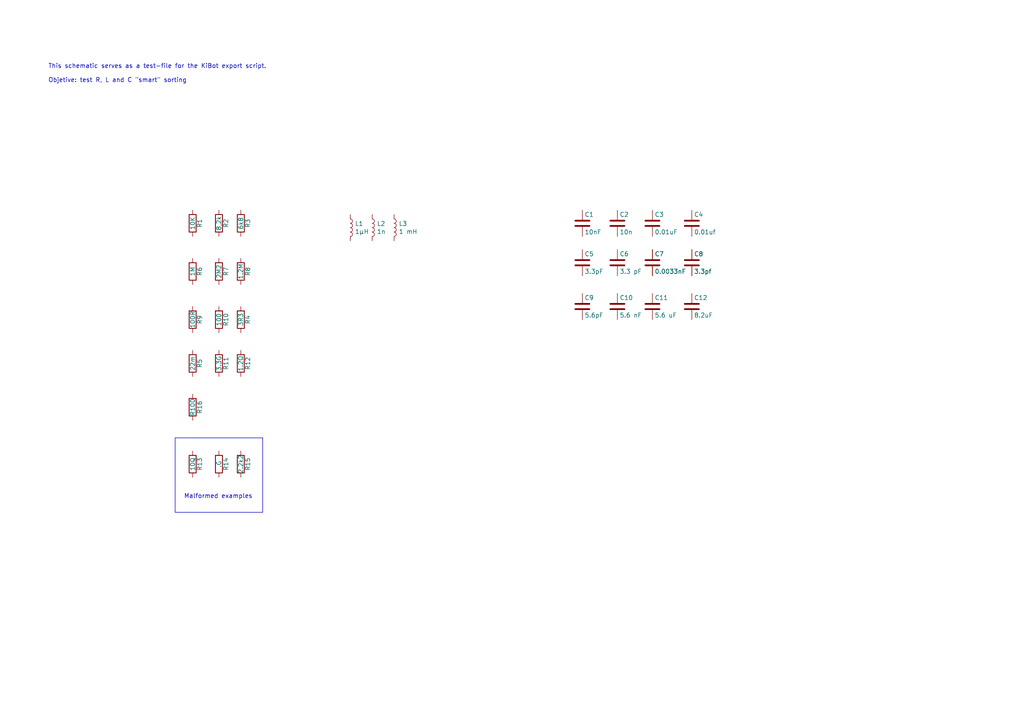
<source format=kicad_sch>
(kicad_sch (version 20250114) (generator "eeschema") (generator_version "9.0")
  (paper "A4")
  (title_block (title "KiBom Test Schematic") (date "2020-03-12") (rev "A") (company "https://github.com/SchrodingersGat/KiBom"))
  (lib_symbols
    (symbol "Device:C" (pin_numbers (hide yes)) (pin_names (offset 0.254))
      (property "Reference" "C" (at 0.635 2.54 0))
      (property "Value" "C" (at 0.635 -2.54 0))
      (symbol "C_0_1"
        (polyline (pts (xy -2.032 0.762) (xy 2.032 0.762)) (stroke (width 0.508)))
        (polyline (pts (xy -2.032 -0.762) (xy 2.032 -0.762)) (stroke (width 0.508)))
      )
      (symbol "C_1_1"
        (pin passive line (at 0 3.81 270) (length 2.794) (name "~") (number "1"))
        (pin passive line (at 0 -3.81 90) (length 2.794) (name "~") (number "2"))
      )
    )
    (symbol "Device:L" (pin_numbers (hide yes)) (pin_names (offset 1.016) (hide yes))
      (property "Reference" "L" (at -1.27 0 90))
      (property "Value" "L" (at 1.905 0 90))
      (symbol "L_0_1"
        (arc (start 0 2.54) (mid 0.6323 1.905) (end 0 1.27))
        (arc (start 0 1.27) (mid 0.6323 0.635) (end 0 0))
        (arc (start 0 0) (mid 0.6323 -0.635) (end 0 -1.27))
        (arc (start 0 -1.27) (mid 0.6323 -1.905) (end 0 -2.54))
      )
      (symbol "L_1_1"
        (pin passive line (at 0 3.81 270) (length 1.27) (name "1") (number "1"))
        (pin passive line (at 0 -3.81 90) (length 1.27) (name "2") (number "2"))
      )
    )
    (symbol "Device:R" (pin_numbers (hide yes)) (pin_names (offset 0))
      (property "Reference" "R" (at 2.032 0 90))
      (property "Value" "R" (at 0 0 90))
      (symbol "R_0_1"
        (rectangle (start -1.016 -2.54) (end 1.016 2.54) (stroke (width 0.254)))
      )
      (symbol "R_1_1"
        (pin passive line (at 0 3.81 270) (length 1.27) (name "~") (number "1"))
        (pin passive line (at 0 -3.81 90) (length 1.27) (name "~") (number "2"))
      )
    )
  )
  (text "This schematic serves as a test-file for the KiBot export script.\n\nObjetive: test R, L and C \"smart\" sorting" (at 13.97 24.13 0) (effects (font (size 1.27 1.27)) (justify left bottom)))
  (text "Malformed examples" (at 53.34 144.78 0) (effects (font (size 1.27 1.27)) (justify left bottom)))
  (polyline (pts (xy 50.8 127) (xy 76.2 127)))
  (polyline (pts (xy 50.8 148.59) (xy 50.8 127)))
  (polyline (pts (xy 76.2 127) (xy 76.2 148.59)))
  (polyline (pts (xy 76.2 148.59) (xy 50.8 148.59)))
  (symbol (lib_id "Device:R") (at 55.88 64.77 0) (unit 1)
    (property "Reference" "R1" (at 57.912 64.77 90))
    (property "Value" "10K" (at 55.88 64.77 90))
    (property "Footprint" "Resistor_SMD:R_0805_2012Metric" (effects (hide yes)))
  )
  (symbol (lib_id "Device:R") (at 63.5 64.77 0) (unit 1)
    (property "Reference" "R2" (at 65.532 64.77 90))
    (property "Value" "8,2k" (at 63.5 64.77 90))
    (property "Footprint" "Resistor_SMD:R_0805_2012Metric" (effects (hide yes)))
  )
  (symbol (lib_id "Device:R") (at 69.85 64.77 0) (unit 1)
    (property "Reference" "R3" (at 71.882 64.77 90))
    (property "Value" "6k8" (at 69.85 64.77 90))
    (property "Footprint" "Resistor_SMD:R_0805_2012Metric" (effects (hide yes)))
  )
  (symbol (lib_id "Device:R") (at 55.88 78.74 0) (unit 1)
    (property "Reference" "R6" (at 57.912 78.74 90))
    (property "Value" "1M" (at 55.88 78.74 90))
    (property "Footprint" "Resistor_SMD:R_0805_2012Metric" (effects (hide yes)))
    (property "Config" "DNF" (effects (hide yes)))
  )
  (symbol (lib_id "Device:R") (at 63.5 78.74 0) (unit 1)
    (property "Reference" "R7" (at 65.532 78.74 90))
    (property "Value" "2M2" (at 63.5 78.74 90))
    (property "Footprint" "Resistor_SMD:R_0805_2012Metric" (effects (hide yes)))
    (property "Config" "DNC" (effects (hide yes)))
  )
  (symbol (lib_id "Device:R") (at 69.85 78.74 0) (unit 1)
    (property "Reference" "R8" (at 71.882 78.74 90))
    (property "Value" "1.2M" (at 69.85 78.74 90))
    (property "Footprint" "Resistor_SMD:R_0805_2012Metric" (effects (hide yes)))
  )
  (symbol (lib_id "Device:R") (at 55.88 92.71 0) (unit 1)
    (property "Reference" "R9" (at 57.912 92.71 90))
    (property "Value" "100R" (at 55.88 92.71 90))
    (property "Footprint" "Resistor_SMD:R_0805_2012Metric" (effects (hide yes)))
  )
  (symbol (lib_id "Device:R") (at 63.5 92.71 0) (unit 1)
    (property "Reference" "R10" (at 65.532 92.71 90))
    (property "Value" "100" (at 63.5 92.71 90))
    (property "Footprint" "Resistor_SMD:R_0805_2012Metric" (effects (hide yes)))
  )
  (symbol (lib_id "Device:C") (at 168.91 64.77 0) (unit 1)
    (property "Reference" "C1" (at 169.545 62.23 0) (effects (justify left)))
    (property "Value" "10nF" (at 169.545 67.31 0) (effects (justify left)))
    (property "Footprint" "Capacitor_SMD:C_0603_1608Metric" (effects (hide yes)))
  )
  (symbol (lib_id "Device:C") (at 179.07 64.77 0) (unit 1)
    (property "Reference" "C2" (at 179.705 62.23 0) (effects (justify left)))
    (property "Value" "10n" (at 179.705 67.31 0) (effects (justify left)))
    (property "Footprint" "Capacitor_SMD:C_0603_1608Metric" (effects (hide yes)))
  )
  (symbol (lib_id "Device:C") (at 189.23 64.77 0) (unit 1)
    (property "Reference" "C3" (at 189.865 62.23 0) (effects (justify left)))
    (property "Value" "0.01uF" (at 189.865 67.31 0) (effects (justify left)))
    (property "Footprint" "Capacitor_SMD:C_0603_1608Metric" (effects (hide yes)))
  )
  (symbol (lib_id "Device:C") (at 200.66 64.77 0) (unit 1)
    (property "Reference" "C4" (at 201.295 62.23 0) (effects (justify left)))
    (property "Value" "0.01uf" (at 201.295 67.31 0) (effects (justify left)))
    (property "Footprint" "Capacitor_SMD:C_0603_1608Metric" (effects (hide yes)))
  )
  (symbol (lib_id "Device:C") (at 168.91 76.2 0) (unit 1)
    (property "Reference" "C5" (at 169.545 73.66 0) (effects (justify left)))
    (property "Value" "3.3pF" (at 169.545 78.74 0) (effects (justify left)))
    (property "Footprint" "Capacitor_SMD:C_0603_1608Metric" (effects (hide yes)))
  )
  (symbol (lib_id "Device:C") (at 179.07 76.2 0) (unit 1)
    (property "Reference" "C6" (at 179.705 73.66 0) (effects (justify left)))
    (property "Value" "3.3 pF" (at 179.705 78.74 0) (effects (justify left)))
    (property "Footprint" "Capacitor_SMD:C_0603_1608Metric" (effects (hide yes)))
  )
  (symbol (lib_id "Device:C") (at 189.23 76.2 0) (unit 1)
    (property "Reference" "C7" (at 189.865 73.66 0) (effects (justify left)))
    (property "Value" "0.0033nF" (at 189.865 78.74 0) (effects (justify left)))
    (property "Footprint" "Capacitor_SMD:C_0603_1608Metric" (effects (hide yes)))
  )
  (symbol (lib_id "Device:C") (at 200.66 76.2 0) (unit 1)
    (property "Reference" "C8" (at 201.295 73.66 0) (effects (justify left)))
    (property "Value" "3.3pf" (at 201.295 78.74 0) (effects (justify left)))
    (property "Footprint" "Capacitor_SMD:C_0603_1608Metric" (effects (hide yes)))
  )
  (symbol (lib_id "Device:C") (at 168.91 88.9 0) (unit 1)
    (property "Reference" "C9" (at 169.545 86.36 0) (effects (justify left)))
    (property "Value" "5.6pF" (at 169.545 91.44 0) (effects (justify left)))
    (property "Footprint" "Capacitor_SMD:C_0603_1608Metric" (effects (hide yes)))
  )
  (symbol (lib_id "Device:C") (at 179.07 88.9 0) (unit 1)
    (property "Reference" "C10" (at 179.705 86.36 0) (effects (justify left)))
    (property "Value" "5.6 nF" (at 179.705 91.44 0) (effects (justify left)))
    (property "Footprint" "Capacitor_SMD:C_0603_1608Metric" (effects (hide yes)))
  )
  (symbol (lib_id "Device:C") (at 189.23 88.9 0) (unit 1)
    (property "Reference" "C11" (at 189.865 86.36 0) (effects (justify left)))
    (property "Value" "5.6 uF" (at 189.865 91.44 0) (effects (justify left)))
    (property "Footprint" "Capacitor_SMD:C_0603_1608Metric" (effects (hide yes)))
  )
  (symbol (lib_id "Device:C") (at 200.66 88.9 0) (unit 1)
    (property "Reference" "C12" (at 201.295 86.36 0) (effects (justify left)))
    (property "Value" "8.2uF" (at 201.295 91.44 0) (effects (justify left)))
    (property "Footprint" "Capacitor_SMD:C_0603_1608Metric" (effects (hide yes)))
  )
  (symbol (lib_id "Device:R") (at 55.88 105.41 0) (unit 1)
    (property "Reference" "R5" (at 57.912 105.41 90))
    (property "Value" "22m" (at 55.88 105.41 90))
    (property "Footprint" "Resistor_SMD:R_0603_1608Metric" (effects (hide yes)))
  )
  (symbol (lib_id "Device:R") (at 69.85 92.71 0) (unit 1)
    (property "Reference" "R4" (at 71.882 92.71 90))
    (property "Value" "3R3" (at 69.85 92.71 90))
    (property "Footprint" "Resistor_SMD:R_0603_1608Metric" (effects (hide yes)))
  )
  (symbol (lib_id "Device:R") (at 63.5 105.41 0) (unit 1)
    (property "Reference" "R11" (at 65.532 105.41 90))
    (property "Value" "3.3G" (at 63.5 105.41 90))
    (property "Footprint" "Resistor_SMD:R_0805_2012Metric" (effects (hide yes)))
  )
  (symbol (lib_id "Device:L") (at 101.6 66.04 0) (unit 1)
    (property "Reference" "L1" (at 102.9208 64.8716 0) (effects (justify left)))
    (property "Value" "1µH" (at 102.9208 67.183 0) (effects (justify left)))
  )
  (symbol (lib_id "Device:R") (at 69.85 105.41 0) (unit 1)
    (property "Reference" "R12" (at 71.882 105.41 90))
    (property "Value" "1.2Ω" (at 69.85 105.41 90))
    (property "Footprint" "Resistor_SMD:R_0805_2012Metric" (effects (hide yes)))
  )
  (symbol (lib_id "Device:L") (at 107.95 66.04 0) (unit 1)
    (property "Reference" "L2" (at 109.2962 64.8716 0) (effects (justify left)))
    (property "Value" "1n" (at 109.2962 67.183 0) (effects (justify left)))
  )
  (symbol (lib_id "Device:L") (at 114.3 66.04 0) (unit 1)
    (property "Reference" "L3" (at 115.6462 64.8716 0) (effects (justify left)))
    (property "Value" "1 mH" (at 115.6462 67.183 0) (effects (justify left)))
  )
  (symbol (lib_id "Device:R") (at 55.88 134.62 0) (unit 1)
    (property "Reference" "R13" (at 57.912 134.62 90))
    (property "Value" "10Q" (at 55.88 134.62 90))
    (property "Footprint" "Resistor_SMD:R_0603_1608Metric" (effects (hide yes)))
  )
  (symbol (lib_id "Device:R") (at 63.5 134.62 0) (unit 1)
    (property "Reference" "R14" (at 65.532 134.62 90))
    (property "Value" ".G" (at 63.5 134.62 90))
    (property "Footprint" "Resistor_SMD:R_0805_2012Metric" (effects (hide yes)))
  )
  (symbol (lib_id "Device:R") (at 69.85 134.62 0) (unit 1)
    (property "Reference" "R15" (at 71.882 134.62 90))
    (property "Value" "2.2k2" (at 69.85 134.62 90))
    (property "Footprint" "Resistor_SMD:R_0805_2012Metric" (effects (hide yes)))
  )
  (symbol (lib_id "Device:R") (at 55.88 118.11 0) (unit 1)
    (property "Reference" "R16" (at 57.912 118.11 90))
    (property "Value" "R100" (at 55.88 118.11 90))
    (property "Footprint" "Resistor_SMD:R_0603_1608Metric" (effects (hide yes)))
  )
)
</source>
